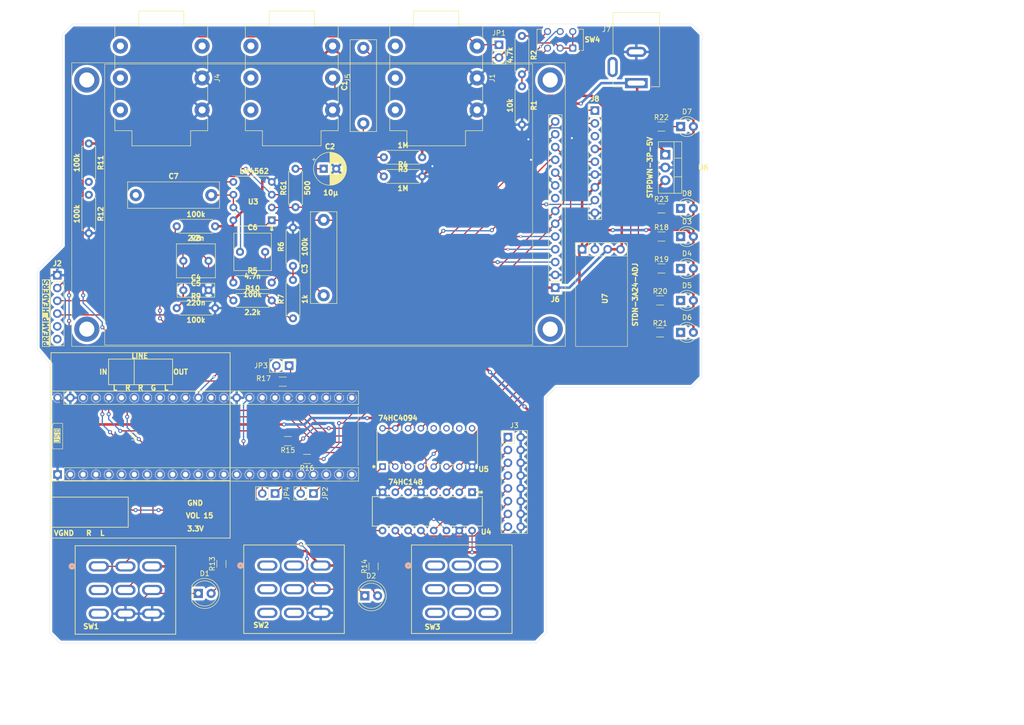
<source format=kicad_pcb>
(kicad_pcb (version 20240108) (generator "pcbnew") (generator_version "8.0")
  (layers (0 "F.Cu" signal) (31 "B.Cu" signal) (34 "B.Paste" user) (35 "F.Paste" user) (36 "B.SilkS" user "B.Silkscreen") (37 "F.SilkS" user "F.Silkscreen") (38 "B.Mask" user) (39 "F.Mask" user) (44 "Edge.Cuts" user))
  (property "R_BIAS" "100k")
  (property "R_BIAS_IN" "1M")
  (net 0 "")
  (net 1 "Net-(C1-Pad2)")
  (net 2 "/preamp/STAGE1_IN")
  (net 3 "Net-(C2-Pad1)")
  (net 4 "/preamp/STAGE1_OUT")
  (net 5 "Net-(C4-Pad1)")
  (net 6 "Net-(C6-Pad2)")
  (net 7 "Net-(U3B-+)")
  (net 8 "/preamp/PREAMP_OUT")
  (net 9 "GND")
  (net 10 "/27_TFT_SCLK")
  (net 11 "/34_TFT_RST")
  (net 12 "/TFT_BACKLIGHT")
  (net 13 "/33_TFT_CS")
  (net 14 "/37_TFT_T_IRQ")
  (net 15 "/36_TOUCH_CS")
  (net 16 "5V")
  (net 17 "/39_TFT_MISO")
  (net 18 "/35_TFT_DC{slash}RS")
  (net 19 "/26_TFT_MOSI")
  (net 20 "9V")
  (net 21 "Net-(R1-Pad1)")
  (net 22 "Net-(R2-Pad1)")
  (net 23 "3.3V")
  (net 27 "/24_BTN_MTX_GS")
  (net 28 "/SCK")
  (net 31 "/LED_DATA")
  (net 32 "/LED_STR")
  (net 33 "/1_SW1")
  (net 42 "Net-(J3-Pin_15)")
  (net 43 "Net-(J3-Pin_13)")
  (net 44 "Net-(J3-Pin_5)")
  (net 45 "Net-(J3-Pin_7)")
  (net 46 "Net-(J3-Pin_9)")
  (net 47 "Net-(J3-Pin_11)")
  (net 48 "Net-(J3-Pin_3)")
  (net 49 "Net-(J3-Pin_1)")
  (net 51 "Net-(U2-38_CS1_IN1)")
  (net 53 "/2_SW2")
  (net 54 "Net-(U2-41_A17)")
  (net 57 "Net-(U2-40_A16)")
  (net 58 "/A3_EXP")
  (net 60 "/A1_VOLUME")
  (net 61 "/A2_POT")
  (net 62 "Net-(J8A-Pin_1)")
  (net 63 "Net-(U3B--)")
  (net 64 "/preamp/STAGE2_IN")
  (net 74 "/SIGNAL_IN")
  (net 75 "Net-(J4-PadT)")
  (net 76 "/PREAMP_IN")
  (net 77 "/LINE_OUT")
  (net 82 "Net-(D3-K)")
  (net 83 "Net-(D4-K)")
  (net 95 "Net-(D5-K)")
  (net 96 "Net-(U1-3_LRCLK2)")
  (net 97 "Net-(U1-1_TX1_CTX2_MISO1)")
  (net 98 "Net-(U1-5_IN2)")
  (net 99 "Net-(U1-7_RX2_OUT1A)")
  (net 100 "Net-(U1-11_MOSI_CTX1)")
  (net 101 "Net-(U1-9_OUT1C)")
  (net 102 "Net-(U1-6_OUT1D)")
  (net 103 "Net-(U1-8_TX2_IN1)")
  (net 104 "Net-(U1-10_CS_MQSR)")
  (net 105 "Net-(U1-4_BCLK2)")
  (net 106 "Net-(U1-12_MISO_MQSL)")
  (net 107 "Net-(D6-K)")
  (net 108 "Net-(D7-K)")
  (net 109 "Net-(D8-K)")
  (net 110 "Net-(J6-SCK)")
  (net 111 "Net-(J6-SDI(MOSI))")
  (net 112 "Net-(J6-SDO(MISO))")
  (net 113 "Net-(D1-A)")
  (net 114 "Net-(D2-A)")
  (net 115 "Net-(U5-QP0)")
  (net 116 "Net-(U5-QP1)")
  (net 117 "Net-(U5-QP2)")
  (net 118 "Net-(U5-QP3)")
  (net 119 "Net-(U5-QP4)")
  (net 120 "Net-(U5-QP5)")
  (footprint "LED_THT:LED_D3.0mm" (layer "F.Cu") (at 174.747 68.58)
    (property "Reference" "D4")
    (property "Value" "LED")
  )
  (footprint "Resistor_SMD:R_1206_3216Metric_Pad1.30x1.75mm_HandSolder" (layer "F.Cu") (at 113.792 127.762 90)
    (property "Reference" "R14")
    (property "Value" "150")
  )
  (footprint "LED_THT:LED_D3.0mm" (layer "F.Cu") (at 174.747 81.28)
    (property "Reference" "D6")
    (property "Value" "LED")
  )
  (footprint "Resistor_SMD:R_1206_3216Metric_Pad1.30x1.75mm_HandSolder" (layer "F.Cu") (at 170.688 74.93)
    (property "Reference" "R20")
    (property "Value" "150")
  )
  (footprint "Connector_PinHeader_2.54mm:PinHeader_1x02_P2.54mm_Vertical" (layer "F.Cu") (at 138.684 24.13)
    (property "Reference" "JP1")
    (property "Value" "JP_SIGNAL_PREAMP")
  )
  (footprint "Capacitor_THT:C_Rect_L7.2mm_W2.5mm_P5.00mm_FKS2_FKP2_MKS2_MKP2" (layer "F.Cu") (at 76.026 72.898)
    (property "Reference" "C4")
    (property "Value" "220n")
  )
  (footprint "Resistor_THT:R_Axial_DIN0207_L6.3mm_D2.5mm_P7.62mm_Horizontal" (layer "F.Cu") (at 85.96 71.374)
    (property "Reference" "R5")
    (property "Value" "100k")
  )
  (footprint "Capacitor_THT:C_Rect_L7.2mm_W7.2mm_P5.00mm_FKS2_FKP2_MKS2_MKP2" (layer "F.Cu") (at 87.27 65.278)
    (property "Reference" "C6")
    (property "Value" "4.7n")
  )
  (footprint "Resistor_SMD:R_1206_3216Metric_Pad1.30x1.75mm_HandSolder" (layer "F.Cu") (at 170.947 68.58)
    (property "Reference" "R19")
    (property "Value" "150")
  )
  (footprint "TI_FOOTPRINTS:01-690DB_3PDT_JCV_OVAL" (layer "F.Cu") (at 59.23 127.759999)
    (property "Reference" "SW1")
    (property "Value" "SW_BYPASS")
  )
  (footprint "Button_Switch_THT:SW_CK_JS202011AQN_DPDT_Angled" (layer "F.Cu") (at 153.336 24.8 180)
    (property "Reference" "SW4")
    (property "Value" "LINE_LEVEL")
  )
  (footprint "Resistor_THT:R_Axial_DIN0207_L6.3mm_D2.5mm_P7.62mm_Horizontal" (layer "F.Cu") (at 123.444 46.482 180)
    (property "Reference" "R3")
    (property "Value" "1M")
  )
  (footprint "Connector_PinHeader_2.54mm:PinHeader_2x08_P2.54mm_Vertical" (layer "F.Cu") (at 140.462 102.108)
    (property "Reference" "J3")
    (property "Value" "BTN_MTX")
  )
  (footprint "Connector_PinHeader_2.54mm:PinHeader_1x02_P2.54mm_Vertical" (layer "F.Cu") (at 101.854 113.284 -90)
    (property "Reference" "JP2")
    (property "Value" "JP_SCLK")
  )
  (footprint "Resistor_THT:R_Axial_DIN0207_L6.3mm_D2.5mm_P7.62mm_Horizontal" (layer "F.Cu") (at 97.79 68.072 90)
    (property "Reference" "R6")
    (property "Value" "100k")
  )
  (footprint "LED_THT:LED_D3.0mm" (layer "F.Cu") (at 174.747 62.23)
    (property "Reference" "D3")
    (property "Value" "LED")
  )
  (footprint "Resistor_THT:R_Axial_DIN0207_L6.3mm_D2.5mm_P7.62mm_Horizontal" (layer "F.Cu") (at 143.25 22.38 -90)
    (property "Reference" "R2")
    (property "Value" "4.7k")
  )
  (footprint "Capacitor_THT:C_Rect_L18.0mm_W5.0mm_P15.00mm_FKS3_FKP3" (layer "F.Cu") (at 103.886 73.914 90)
    (property "Reference" "C3")
    (property "Value" "470n")
  )
  (footprint "Resistor_SMD:R_1206_3216Metric_Pad1.30x1.75mm_HandSolder" (layer "F.Cu") (at 170.947 62.23)
    (property "Reference" "R18")
    (property "Value" "150")
  )
  (footprint "LED_THT:LED_D3.0mm" (layer "F.Cu") (at 174.747 56.642)
    (property "Reference" "D8")
    (property "Value" "LED")
  )
  (footprint "LED_THT:LED_D5.0mm" (layer "F.Cu") (at 79 133.141)
    (property "Reference" "D1")
    (property "Value" "LED_BYPASS")
  )
  (footprint "Resistor_THT:R_Axial_DIN0207_L6.3mm_D2.5mm_P7.62mm_Horizontal" (layer "F.Cu") (at 115.824 50.292)
    (property "Reference" "R4")
    (property "Value" "1M")
  )
  (footprint "Resistor_THT:R_Axial_DIN0207_L6.3mm_D2.5mm_P7.62mm_Horizontal" (layer "F.Cu") (at 85.96 74.93)
    (property "Reference" "R10")
    (property "Value" "2.2k")
  )
  (footprint "TI_FOOTPRINTS:01-690DB_3PDT_JCV_OVAL" (layer "F.Cu") (at 126 127.599999)
    (property "Reference" "SW3")
    (property "Value" "SW_PRESET")
  )
  (footprint "Connector_PinHeader_2.54mm:PinHeader_1x06_P2.54mm_Vertical" (layer "F.Cu") (at 51 69.92)
    (property "Reference" "J2")
    (property "Value" "PREAMP_HEADERS")
  )
  (footprint "Capacitor_THT:CP_Radial_D6.3mm_P2.50mm" (layer "F.Cu") (at 103.886 48.768)
    (property "Reference" "C2")
    (property "Value" "10µ")
  )
  (footprint "LM4562:lm4562" (layer "F.Cu") (at 93.58 59 180)
    (property "Reference" "U3")
    (property "Value" "LM4562")
  )
  (footprint "Resistor_THT:R_Axial_DIN0207_L6.3mm_D2.5mm_P7.62mm_Horizontal" (layer "F.Cu") (at 57.25 43.75 -90)
    (property "Reference" "R11")
    (property "Value" "100k")
  )
  (footprint "mcguitarpedal:Jack_6.35mm_Neutrik_NMJ6HCD2_Horizontal_3D_MODEL" (layer "F.Cu") (at 79.756 24.384 -90)
    (property "Reference" "J4")
    (property "Value" "OUT")
  )
  (footprint "ILI9488:ILI9488" (layer "F.Cu") (at 151.86 84.05 180)
    (property "Reference" "J6")
    (property "Value" "ILI9488 Module")
  )
  (footprint "Capacitor_THT:C_Rect_L18.0mm_W5.0mm_P15.00mm_FKS3_FKP3" (layer "F.Cu") (at 66.58 54)
    (property "Reference" "C7")
    (property "Value" "470n")
  )
  (footprint "Resistor_THT:R_Axial_DIN0207_L6.3mm_D2.5mm_P7.62mm_Horizontal" (layer "F.Cu") (at 143.256 32.38 -90)
    (property "Reference" "R1")
    (property "Value" "10k")
  )
  (footprint "Resistor_SMD:R_1206_3216Metric_Pad1.30x1.75mm_HandSolder" (layer "F.Cu") (at 100.584 106.426 180)
    (property "Reference" "R16")
    (property "Value" "50")
  )
  (footprint "Connector_PinSocket_2.54mm:PinSocket_1x04_P2.54mm_Vertical" (layer "F.Cu") (at 155.194 64.77 90)
    (property "Reference" "U7")
    (property "Value" "STDN-3A24-ADJ")
  )
  (footprint "Resistor_SMD:R_1206_3216Metric_Pad1.30x1.75mm_HandSolder" (layer "F.Cu") (at 95.758 91.059 180)
    (property "Reference" "R17")
    (property "Value" "50")
  )
  (footprint "teensy_audio_shield:4.0audioshield_reference" (layer "F.Cu") (at 50.99 109.465)
    (property "Reference" "U1" (hide yes))
    (property "Value" "Teensy4.0_AudioShield_REVD")
  )
  (footprint "Capacitor_THT:C_Rect_L7.5mm_W6.5mm_P5.00mm" (layer "F.Cu") (at 81.026 67.056 180)
    (property "Reference" "C5")
    (property "Value" "2.2n")
  )
  (footprint "LED_THT:LED_D3.0mm" (layer "F.Cu") (at 174.747 74.93)
    (property "Reference" "D5")
    (property "Value" "LED")
  )
  (footprint "Resistor_SMD:R_1206_3216Metric_Pad1.30x1.75mm_HandSolder" (layer "F.Cu") (at 170.937 56.642)
    (property "Reference" "R23")
    (property "Value" "150")
  )
  (footprint "Capacitor_THT:C_Rect_L18.0mm_W5.0mm_P15.00mm_FKS3_FKP3" (layer "F.Cu") (at 111.76 39.75 90)
    (property "Reference" "C1")
    (property "Value" "470n")
  )
  (footprint "Resistor_SMD:R_1206_3216Metric_Pad1.30x1.75mm_HandSolder" (layer "F.Cu") (at 96.774 102.87 180)
    (property "Reference" "R15")
    (property "Value" "50")
  )
  (footprint "TI_FOOTPRINTS:01-690DB_3PDT_JCV_OVAL" (layer "F.Cu") (at 92.7 127.599999)
    (property "Reference" "SW2")
    (property "Value" "SW_TUNER")
  )
  (footprint "Resistor_SMD:R_1206_3216Metric_Pad1.30x1.75mm_HandSolder" (layer "F.Cu") (at 170.937 40.386)
    (property "Reference" "R22")
    (property "Value" "150")
  )
  (footprint "Connector_BarrelJack:BarrelJack_Kycon_KLDX-0202-xC_Horizontal" (layer "F.Cu") (at 165.954 31.75 -90)
    (property "Reference" "J7")
    (property "Value" "PWR_IN")
  )
  (footprint "LED_THT:LED_D3.0mm" (layer "F.Cu") (at 174.747 40.386)
    (property "Reference" "D7")
    (property "Value" "LED")
  )
  (footprint "Resistor_SMD:R_1206_3216Metric_Pad1.30x1.75mm_HandSolder" (layer "F.Cu") (at 170.688 81.28)
    (property "Reference" "R21")
    (property "Value" "150")
  )
  (footprint "Resistor_THT:R_Axial_DIN0207_L6.3mm_D2.5mm_P7.62mm_Horizontal" (layer "F.Cu") (at 98.298 56.388 90)
    (property "Reference" "RG1")
    (property "Value" "500")
  )
  (footprint "Connector_PinHeader_2.54mm:PinHeader_1x02_P2.54mm_Vertical" (layer "F.Cu") (at 97.028 87.884 -90)
    (property "Reference" "JP3")
    (property "Value" "JP_MISO")
  )
  (footprint "LED_THT:LED_D5.0mm" (layer "F.Cu") (at 112.057 133.604)
    (property "Reference" "D2")
    (property "Value" "LED_TUNER")
  )
  (footprint "TI_FOOTPRINTS:N16" (layer "F.Cu") (at 115.57 107.95 90)
    (property "Reference" "U5")
    (property "Value" "74HC4094")
  )
  (footprint "Resistor_THT:R_Axial_DIN0207_L6.3mm_D2.5mm_P7.62mm_Horizontal" (layer "F.Cu") (at 82.336 60.198 180)
    (property "Reference" "R8")
    (property "Value" "100k")
  )
  (footprint "Resistor_THT:R_Axial_DIN0207_L6.3mm_D2.5mm_P7.62mm_Horizontal" (layer "F.Cu") (at 97.79 78.486 90)
    (property "Reference" "R7")
    (property "Value" "1k")
  )
  (footprint "mcguitarpedal:Jack_6.35mm_Neutrik_NMJ6HCD2_Horizontal_3D_MODEL" (layer "F.Cu") (at 105.664 24.384 -90)
    (property "Reference" "J5")
    (property "Value" "EXP")
  )
  (footprint "Package_TO_SOT_THT:TO-220-3_Vertical" (layer "F.Cu") (at 171.704 45.974 -90)
    (property "Reference" "U6")
    (property "Value" "STPDWN-3P-5V")
  )
  (footprint "Resistor_THT:R_Axial_DIN0207_L6.3mm_D2.5mm_P7.62mm_Horizontal" (layer "F.Cu") (at 57.25 53.94 -90)
    (property "Reference" "R12")
    (property "Value" "100k")
  )
  (footprint "Resistor_THT:R_Axial_DIN0207_L6.3mm_D2.5mm_P7.62mm_Horizontal" (layer "F.Cu") (at 74.716 76.454)
    (property "Reference" "R9")
    (property "Value" "100k")
  )
  (footprint "mcguitarpedal:PinHeader_2x24_P2.54mm_W15.24_Vertical" (layer "F.Cu") (at 51.05 109.5 90)
    (property "Reference" "U2")
    (property "Value" "Teensy4.1")
  )
  (footprint "Connector_PinHeader_2.54mm:PinHeader_1x09_P2.54mm_Vertical" (layer "F.Cu") (at 157.734 37.211)
    (property "Reference" "J8")
    (property "Value" "POT_HP_VOLUME_10k")
  )
  (footprint "Resistor_SMD:R_1206_3216Metric_Pad1.30x1.75mm_HandSolder" (layer "F.Cu") (at 83.577 127.254 90)
    (property "Reference" "R13")
    (property "Value" "150")
  )
  (footprint "TI_FOOTPRINTS:DIP16_300_TEX" (layer "F.Cu") (at 133.35 113.03 -90)
    (property "Reference" "U4")
    (property "Value" "74HC148")
  )
  (footprint "mcguitarpedal:Jack_6.35mm_Neutrik_NMJ6HCD2_Horizontal_3D_MODEL" (layer "F.Cu") (at 134.34 24.384 -90)
    (property "Reference" "J1")
    (property "Value" "IN")
  )
  (footprint "Connector_PinHeader_2.54mm:PinHeader_1x02_P2.54mm_Vertical" (layer "F.Cu") (at 94.239 113.284 -90)
    (property "Reference" "JP4")
    (property "Value" "JP_MOSI")
  )
  (gr_line (start 148.082 94.202) (end 150.082 92.202) (stroke (width 0.05)) (layer "Edge.Cuts"))
  (gr_line (start 179 24.638) (end 179 22) (stroke (width 0.05)) (layer "Edge.Cuts"))
  (gr_line (start 47 69) (end 47 84.5) (stroke (width 0.05)) (layer "Edge.Cuts"))
  (gr_line (start 148.082 141.002) (end 148.082 94.202) (stroke (width 0.05)) (layer "Edge.Cuts"))
  (gr_line (start 177 92.202) (end 179 90.202) (stroke (width 0.05)) (layer "Edge.Cuts"))
  (gr_line (start 49.5 87.5) (end 49.5 141) (stroke (width 0.05)) (layer "Edge.Cuts"))
  (gr_line (start 52 64) (end 52 22) (stroke (width 0.05)) (layer "Edge.Cuts"))
  (gr_line (start 49.5 141) (end 51.5 143) (stroke (width 0.05)) (layer "Edge.Cuts"))
  (gr_line (start 177 20) (end 179 22) (stroke (width 0.05)) (layer "Edge.Cuts"))
  (gr_line (start 54.102 143) (end 146.082 143.001959) (stroke (width 0.05)) (layer "Edge.Cuts"))
  (gr_line (start 49.5 87.5) (end 47 84.5) (stroke (width 0.05)) (layer "Edge.Cuts"))
  (gr_line (start 54.102 143) (end 51.5 143) (stroke (width 0.05)) (layer "Edge.Cuts"))
  (gr_line (start 52 64) (end 47 69) (stroke (width 0.05)) (layer "Edge.Cuts"))
  (gr_line (start 54 20) (end 177 20) (stroke (width 0.05)) (layer "Edge.Cuts"))
  (gr_line (start 179 24.638) (end 179 90.202) (stroke (width 0.05)) (layer "Edge.Cuts"))
  (gr_line (start 52 22) (end 54 20) (stroke (width 0.05)) (layer "Edge.Cuts"))
  (gr_line (start 146.082 143.001959) (end 148.082 141.002) (stroke (width 0.05)) (layer "Edge.Cuts"))
  (gr_line (start 150.082 92.202) (end 177 92.202) (stroke (width 0.05)) (layer "Edge.Cuts"))
  (segment (start 146.939 24.511) (end 143.002 28.448) (width 0.25) (layer "F.Cu") (net 1))
  (segment (start 115.458 28.448) (end 111.76 24.75) (width 0.25) (layer "F.Cu") (net 1))
  (segment (start 143.002 28.448) (end 115.458 28.448) (width 0.25) (layer "F.Cu") (net 1))
  (via (at 146.939 24.511) (size 0.5) (drill 0.3) (layers "F.Cu" "B.Cu") (net 1))
  (segment (start 149.95 21.5) (end 150.836 21.5) (width 0.25) (layer "B.Cu") (net 1))
  (segment (start 146.939 24.511) (end 149.95 21.5) (width 0.25) (layer "B.Cu") (net 1))
  (segment (start 68.58 57.404) (end 68.58 64.77) (width 0.25) (layer "F.Cu") (net 2))
  (segment (start 108.64 53.92) (end 93.58 53.92) (width 0.25) (layer "F.Cu") (net 2))
  (segment (start 88.428 48.768) (end 77.216 48.768) (width 0.25) (layer "F.Cu") (net 2))
  (segment (start 58.366 74.984) (end 51 74.984) (width 0.25) (layer "F.Cu") (net 2))
  (segment (start 114.046 48.514) (end 108.64 53.92) (width 0.25) (layer "F.Cu") (net 2))
  (segment (start 114.046 48.514) (end 115.824 50.292) (width 0.25) (layer "F.Cu") (net 2))
  (segment (start 68.58 64.77) (end 58.366 74.984) (width 0.25) (layer "F.Cu") (net 2))
  (segment (start 111.76 39.75) (end 111.76 44.196) (width 0.25) (layer "F.Cu") (net 2))
  (segment (start 77.216 48.768) (end 68.58 57.404) (width 0.25) (layer "F.Cu") (net 2))
  (segment (start 115.824 46.482) (end 114.046 46.482) (width 0.25) (layer "F.Cu") (net 2))
  (segment (start 111.76 44.196) (end 114.046 46.482) (width 0.25) (layer "F.Cu") (net 2))
  (segment (start 114.046 46.482) (end 114.046 48.514) (width 0.25) (layer "F.Cu") (net 2))
  (via (at 88.428 48.768) (size 0.8) (drill 0.4) (layers "F.Cu" "B.Cu") (net 2))
  (segment (start 88.428 48.768) (end 93.58 53.92) (width 0.25) (layer "B.Cu") (net 2))
  (segment (start 98.298 48.768) (end 103.886 48.768) (width 0.25) (layer "F.Cu") (net 3))
  (segment (start 144.78 41.402) (end 141.986 41.402) (width 0.25) (layer "F.Cu") (net 4))
  (segment (start 89.916 73.152) (end 85.263 77.805) (width 0.25) (layer "F.Cu") (net 4))
  (segment (start 93.58 59) (end 103.8 59) (width 0.25) (layer "F.Cu") (net 4))
  (segment (start 124.388 59) (end 103.972 59) (width 0.25) (layer "F.Cu") (net 4))
  (segment (start 153.543 39.751) (end 151.638 37.846) (width 0.25) (layer "F.Cu") (net 4))
  (segment (start 141.986 41.402) (end 124.388 59) (width 0.25) (layer "F.Cu") (net 4))
  (segment (start 148.336 37.846) (end 144.78 41.402) (width 0.25) (layer "F.Cu") (net 4))
  (segment (start 93.4 59) (end 89.916 62.484) (width 0.25) (layer "F.Cu") (net 4))
  (segment (start 151.638 37.846) (end 148.336 37.846) (width 0.25) (layer "F.Cu") (net 4))
  (segment (start 157.734 39.751) (end 153.543 39.751) (width 0.25) (layer "F.Cu") (net 4))
  (segment (start 89.916 62.484) (end 89.916 73.152) (width 0.25) (layer "F.Cu") (net 4))
  (segment (start 85.263 77.805) (end 51.265 77.805) (width 0.25) (layer "F.Cu") (net 4))
  (segment (start 74.676 76.454) (end 76.026 75.104) (width 0.25) (layer "F.Cu") (net 5))
  (segment (start 75.946 64.008) (end 74.422 62.484) (width 0.25) (layer "F.Cu") (net 5))
  (segment (start 76.026 75.104) (end 76.026 67.056) (width 0.25) (layer "F.Cu") (net 5))
  (segment (start 75.946 75.184) (end 75.946 72.898) (width 0.25) (layer "F.Cu") (net 5))
  (segment (start 74.676 76.454) (end 75.946 75.184) (width 0.25) (layer "F.Cu") (net 5))
  (segment (start 75.946 66.802) (end 75.946 64.008) (width 0.25) (layer "F.Cu") (net 5))
  (segment (start 74.422 62.484) (end 74.422 60.198) (width 0.25) (layer "F.Cu") (net 5))
  (segment (start 92.27 73.62) (end 92.27 65.278) (width 0.25) (layer "F.Cu") (net 6))
  (segment (start 93.58 74.93) (end 92.27 73.62) (width 0.25) (layer "F.Cu") (net 6))
  (segment (start 93.58 74.93) (end 97.136 78.486) (width 0.25) (layer "F.Cu") (net 6))
  (segment (start 85.96 51.38) (end 80.954 51.38) (width 0.25) (layer "F.Cu") (net 7))
  (segment (start 81.026 70.104) (end 81.026 67.056) (width 0.25) (layer "F.Cu") (net 7))
  (segment (start 85.852 74.93) (end 81.026 70.104) (width 0.25) (layer "F.Cu") (net 7))
  (segment (start 79.248 53.086) (end 79.248 65.278) (width 0.25) (layer "F.Cu") (net 7))
  (segment (start 79.248 65.278) (end 81.026 67.056) (width 0.25) (layer "F.Cu") (net 7))
  (segment (start 80.954 51.38) (end 79.248 53.086) (width 0.25) (layer "F.Cu") (net 7))
  (segment (start 123.444 50.292) (end 125.476 48.26) (width 0.5) (layer "F.Cu") (net 9))
  (via (at 125.476 48.26) (size 0.8) (drill 0.4) (layers "F.Cu" "B.Cu") (net 9))
  (segment (start 98.044 107.442) (end 96.77 108.716) (width 0.2) (layer "F.Cu") (net 10))
  (segment (start 99.314 113.284) (end 99.314 112.044) (width 0.25) (layer "F.Cu") (net 10))
  (segment (start 96.77 108.97) (end 96.774 108.966) (width 0.15) (layer "F.Cu") (net 10))
  (segment (start 98.044 107.416) (end 98.044 107.442) (width 0.2) (layer "F.Cu") (net 10))
  (segment (start 96.77 109.5) (end 96.77 108.97) (width 0.15) (layer "F.Cu") (net 10))
  (segment (start 99.034 106.426) (end 98.044 107.416) (width 0.2) (layer "F.Cu") (net 10))
  (segment (start 99.314 112.044) (end 96.77 109.5) (width 0.25) (layer "F.Cu") (net 10))
  (segment (start 96.77 108.716) (end 96.77 109.5) (width 0.2) (layer "F.Cu") (net 10))
  (segment (start 136.42 64.77) (end 106.93 94.26) (width 0.25) (layer "F.Cu") (net 11))
  (segment (start 140.462 64.77) (end 136.42 64.77) (width 0.25) (layer "F.Cu") (net 11))
  (via (at 140.462 64.77) (size 0.5) (drill 0.3) (layers "F.Cu" "B.Cu") (net 11))
  (segment (start 140.462 64.77) (end 149.86 64.77) (width 0.25) (layer "B.Cu") (net 11))
  (segment (start 138.43 67.31) (end 136.398 67.31) (width 0.25) (layer "F.Cu") (net 13))
  (segment (start 136.398 67.31) (end 109.47 94.238) (width 0.25) (layer "F.Cu") (net 13))
  (via (at 138.43 67.31) (size 0.8) (drill 0.4) (layers "F.Cu" "B.Cu") (net 13))
  (segment (start 149.86 67.31) (end 138.43 67.31) (width 0.25) (layer "B.Cu") (net 13))
  (segment (start 147.574 41.656) (end 149.86 39.37) (width 0.25) (layer "F.Cu") (net 14))
  (segment (start 147.574 45.974) (end 147.574 41.656) (width 0.25) (layer "F.Cu") (net 14))
  (segment (start 99.31 94.238) (end 147.574 45.974) (width 0.25) (layer "F.Cu") (net 14))
  (segment (start 149.12 46.99) (end 149.86 46.99) (width 0.25) (layer "F.Cu") (net 15))
  (segment (start 101.85 94.26) (end 101.85 93.984) (width 0.25) (layer "F.Cu") (net 15))
  (segment (start 101.85 93.984) (end 148.844 46.99) (width 0.25) (layer "F.Cu") (net 15))
  (segment (start 148.844 46.99) (end 149.86 46.99) (width 0.25) (layer "F.Cu") (net 15))
  (segment (start 160.274 64.77) (end 162.814 64.77) (width 0.5) (layer "F.Cu") (net 16))
  (segment (start 56.358 99.568) (end 51.05 94.26) (width 0.5) (layer "F.Cu") (net 16))
  (segment (start 115.57 98.298) (end 141.478 72.39) (width 0.5) (layer "F.Cu") (net 16))
  (segment (start 96.012 99.568) (end 56.358 99.568) (width 0.5) (layer "F.Cu") (net 16))
  (segment (start 163.068 64.516) (end 163.068 59.69) (width 0.5) (layer "F.Cu") (net 16))
  (segment (start 162.814 64.77) (end 163.068 64.516) (width 0.5) (layer "F.Cu") (net 16))
  (segment (start 141.478 72.39) (end 149.86 72.39) (width 0.5) (layer "F.Cu") (net 16))
  (segment (start 163.068 59.69) (end 171.704 51.054) (width 0.5) (layer "F.Cu") (net 16))
  (segment (start 112.522 98.298) (end 115.57 98.298) (width 0.5) (layer "F.Cu") (net 16))
  (via (at 96.012 99.568) (size 0.8) (drill 0.4) (layers "F.Cu" "B.Cu") (net 16))
  (via (at 112.522 98.298) (size 0.8) (drill 0.4) (layers "F.Cu" "B.Cu") (net 16))
  (segment (start 152.654 72.39) (end 160.274 64.77) (width 0.5) (layer "B.Cu") (net 16))
  (segment (start 101.346 98.298) (end 112.522 98.298) (width 0.5) (layer "B.Cu") (net 16))
  (segment (start 100.076 99.568) (end 101.346 98.298) (width 0.5) (layer "B.Cu") (net 16))
  (segment (start 96.012 99.568) (end 100.076 99.568) (width 0.5) (layer "B.Cu") (net 16))
  (segment (start 149.86 72.39) (end 152.654 72.39) (width 0.5) (layer "B.Cu") (net 16))
  (segment (start 94.208 88.164) (end 94.488 87.884) (width 0.25) (layer "F.Cu") (net 17))
  (segment (start 94.23 91.081) (end 94.208 91.059) (width 0.25) (layer "F.Cu") (net 17))
  (segment (start 94.208 91.059) (end 94.208 88.164) (width 0.25) (layer "F.Cu") (net 17))
  (segment (start 94.23 94.26) (end 94.23 91.081) (width 0.25) (layer "F.Cu") (net 17))
  (segment (start 143.002 62.23) (end 136.42 62.23) (width 0.25) (layer "F.Cu") (net 18))
  (segment (start 136.42 62.23) (end 104.39 94.26) (width 0.25) (layer "F.Cu") (net 18))
  (via (at 143.002 62.23) (size 0.5) (drill 0.3) (layers "F.Cu" "B.Cu") (net 18))
  (segment (start 143.002 62.23) (end 149.86 62.23) (width 0.25) (layer "B.Cu") (net 18))
  (segment (start 91.699 113.284) (end 91.699 112.031) (width 0.25) (layer "F.Cu") (net 19))
  (segment (start 94.23 109.5) (end 94.23 103.864) (width 0.25) (layer "F.Cu") (net 19))
  (segment (start 91.699 112.031) (end 94.23 109.5) (width 0.25) (layer "F.Cu") (net 19))
  (segment (start 91.689 113.284) (end 91.689 113.035) (width 0.15) (layer "F.Cu") (net 19))
  (segment (start 94.229 109.501) (end 94.23 109.5) (width 0.15) (layer "F.Cu") (net 19))
  (segment (start 94.23 104.424) (end 94.26 104.394) (width 0.15) (layer "F.Cu") (net 19))
  (segment (start 94.23 103.864) (end 95.224 102.87) (width 0.25) (layer "F.Cu") (net 19))
  (segment (start 91.694 50.038) (end 100.838 40.894) (width 0.5) (layer "F.Cu") (net 20))
  (segment (start 165.954 31.912) (end 165.954 31.85) (width 0.5) (layer "F.Cu") (net 20))
  (segment (start 85.852 60.198) (end 85.852 59.108) (width 0.5) (layer "F.Cu") (net 20))
  (segment (start 91.694 53.266) (end 91.694 50.038) (width 0.5) (layer "F.Cu") (net 20))
  (segment (start 82.336 60.198) (end 85.852 60.198) (width 0.5) (layer "F.Cu") (net 20))
  (segment (start 171.704 45.466) (end 166.116 39.878) (width 0.5) (layer "F.Cu") (net 20))
  (segment (start 171.704 45.974) (end 171.704 45.466) (width 0.5) (layer "F.Cu") (net 20))
  (segment (start 134.957717 43.18) (end 123.444 43.18) (width 0.5) (layer "F.Cu") (net 20))
  (segment (start 106.264458 40.894) (end 109.820458 37.338) (width 0.5) (layer "F.Cu") (net 20))
  (segment (start 85.96 59) (end 91.694 53.266) (width 0.5) (layer "F.Cu") (net 20))
  (segment (start 142.323717 35.814) (end 134.957717 43.18) (width 0.5) (layer "F.Cu") (net 20))
  (segment (start 119.38 43.18) (end 123.444 43.18) (width 0.5) (layer "F.Cu") (net 20))
  (segment (start 85.852 71.374) (end 85.852 60.198) (width 0.5) (layer "F.Cu") (net 20))
  (segment (start 154.94 35.814) (end 142.323717 35.814) (width 0.5) (layer "F.Cu") (net 20))
  (segment (start 113.538 37.338) (end 119.38 43.18) (width 0.5) (layer "F.Cu") (net 20))
  (segment (start 100.838 40.894) (end 106.264458 40.894) (width 0.5) (layer "F.Cu") (net 20))
  (segment (start 166.116 39.878) (end 166.116 32.258) (width 0.5) (layer "F.Cu") (net 20))
  (segment (start 123.444 43.18) (end 123.444 46.482) (width 0.5) (layer "F.Cu") (net 20))
  (segment (start 109.820458 37.338) (end 113.538 37.338) (width 0.5) (layer "F.Cu") (net 20))
  (via (at 154.94 35.814) (size 0.8) (drill 0.4) (layers "F.Cu" "B.Cu") (net 20))
  (segment (start 159.004 31.75) (end 165.954 31.75) (width 0.5) (layer "B.Cu") (net 20))
  (segment (start 154.94 35.814) (end 159.004 31.75) (width 0.5) (layer "B.Cu") (net 20))
  (segment (start 143.25 30) (end 148.336 24.914) (width 0.25) (layer "F.Cu") (net 21))
  (segment (start 143.25 32.38) (end 143.25 30) (width 0.25) (layer "F.Cu") (net 21))
  (segment (start 147.456 22.38) (end 148.336 21.5) (width 0.25) (layer "F.Cu") (net 22))
  (segment (start 143.25 22.38) (end 147.456 22.38) (width 0.25) (layer "F.Cu") (net 22))
  (segment (start 83.566 124.714) (end 79.005 124.714) (width 0.5) (layer "F.Cu") (net 23))
  (segment (start 145.796 121.158) (end 145.796 99.06) (width 0.5) (layer "F.Cu") (net 23))
  (segment (start 145.796 98.044) (end 143.764 96.012) (width 0.5) (layer "F.Cu") (net 23))
  (segment (start 109.522 127.508) (end 109.522 125.936) (width 0.5) (layer "F.Cu") (net 23))
  (segment (start 113.792 125.222) (end 113.792 126.212) (width 0.5) (layer "F.Cu") (net 23))
  (segment (start 155.194 64.77) (end 155.194 54.991) (width 0.5) (layer "F.Cu") (net 23))
  (segment (start 75.957 127.762) (end 69.832 127.762) (width 0.5) (layer "F.Cu") (net 23))
  (segment (start 115.57 100.33) (end 118.11 100.33) (width 0.25) (layer "F.Cu") (net 23))
  (segment (start 155.194 64.77) (end 154.668 65.296) (width 0.5) (layer "F.Cu") (net 23))
  (segment (start 152.654 74.676) (end 148.336 74.676) (width 0.5) (layer "F.Cu") (net 23))
  (segment (start 177.287 62.23) (end 177.287 81.28) (width 0.5) (layer "F.Cu") (net 23))
  (segment (start 109.492 127.508) (end 109.400001 127.599999) (width 0.5) (layer "F.Cu") (net 23))
  (segment (start 167.974 60.88) (end 167.894 60.96) (width 0.5) (layer "F.Cu") (net 23))
  (segment (start 136.906 89.154) (end 135.89 88.138) (width 0.5) (layer "F.Cu") (net 23))
  (segment (start 130.302 88.138) (end 118.11 100.33) (width 0.5) (layer "F.Cu") (net 23))
  (segment (start 159.9184 50.2666) (end 159.9184 44.8056) (width 0.5) (layer "F.Cu") (net 23))
  (segment (start 113.538 124.968) (end 110.49 124.968) (width 0.5) (layer "F.Cu") (net 23))
  (segment (start 177.287 47.503) (end 177.292 47.498) (width 0.5) (layer "F.Cu") (net 23))
  (segment (start 159.9184 44.8056) (end 159.893 44.831) (width 0.5) (layer "F.Cu") (net 23))
  (segment (start 157.226 34.29) (end 115.316 34.29) (width 0.5) (layer "F.Cu") (net 23))
  (segment (start 113.538 124.968) (end 113.792 125.222) (width 0.5) (layer "F.Cu") (net 23))
  (segment (start 103.299999 127.599999) (end 100.414 124.714) (width 0.5) (layer "F.Cu") (net 23))
  (segment (start 177.287 62.23) (end 177.287 61.717) (width 0.5) (layer "F.Cu") (net 23))
  (segment (start 154.668 72.662) (end 152.654 74.676) (width 0.5) (layer "F.Cu") (net 23))
  (segment (start 135.89 88.138) (end 134.874 88.138) (width 0.5) (layer "F.Cu") (net 23))
  (segment (start 83.566 124.714) (end 83.577 124.725) (width 0.5) (layer "F.Cu") (net 23))
  (segment (start 177.287 62.23) (end 175.937 60.88) (width 0.5) (layer "F.Cu") (net 23))
  (segment (start 109.400001 127.599999) (end 103.299999 127.599999) (width 0.5) (layer "F.Cu") (net 23))
  (segment (start 177.292 44.45) (end 177.292 36.83) (width 0.5) (layer "F.Cu") (net 23))
  (segment (start 69.832 127.762) (end 69.829999 127.759999) (width 0.5) (layer "F.Cu") (net 23))
  (segment (start 133.35 124.968) (end 113.538 124.968) (width 0.5) (layer "F.Cu") (net 23))
  (segment (start 159.084 60.88) (end 155.194 64.77) (width 0.5) (layer "F.Cu") (net 23))
  (segment (start 134.874 88.138) (end 130.302 88.138) (width 0.5) (layer "F.Cu") (net 23))
  (segment (start 83.577 124.725) (end 83.577 125.704) (width 0.5) (layer "F.Cu") (net 23))
  (segment (start 177.292 47.498) (end 177.292 44.45) (width 0.5) (layer "F.Cu") (net 23))
  (segment (start 79.005 124.714) (end 75.957 127.762) (width 0.5) (layer "F.Cu") (net 23))
  (segment (start 161.29 60.96) (end 159.164 60.96) (width 0.5) (layer "F.Cu") (net 23))
  (segment (start 154.668 65.296) (end 154.668 72.662) (width 0.5) (layer "F.Cu") (net 23))
  (segment (start 109.522 125.936) (end 110.49 124.968) (width 0.5) (layer "F.Cu") (net 23))
  (segment (start 105.483 24.565) (end 86.298 43.75) (width 0.5) (layer "F.Cu") (net 23))
  (segment (start 177.287 62.23) (end 177.287 47.503) (width 0.5) (layer "F.Cu") (net 23))
  (segment (start 159.9184 36.9824) (end 157.226 34.29) (width 0.5) (layer "F.Cu") (net 23))
  (segment (start 133.35 124.968) (end 141.986 124.968) (width 0.5) (layer "F.Cu") (net 23))
  (segment (start 109.522 127.508) (end 109.492 127.508) (width 0.5) (layer "F.Cu") (net 23))
  (segment (start 157.734 52.451) (end 159.9184 50.2666) (width 0.5) (layer "F.Cu") (net 23))
  (segment (start 86.298 43.75) (end 57.25 43.75) (width 0.5) (layer "F.Cu") (net 23))
  (segment (start 145.796 99.06) (end 145.796 98.044) (width 0.5) (layer "F.Cu") (net 23))
  (segment (start 175.937 60.88) (end 167.974 60.88) (width 0.5) (layer "F.Cu") (net 23))
  (segment (start 155.194 54.991) (end 157.734 52.451) (width 0.5) (layer "F.Cu") (net 23))
  (segment (start 141.986 124.968) (end 145.796 121.158) (width 0.5) (layer "F.Cu") (net 23))
  (segment (start 159.164 60.96) (end 159.084 60.88) (width 0.5) (layer "F.Cu") (net 23))
  (segment (start 100.414 124.714) (end 83.566 124.714) (width 0.5) (layer "F.Cu") (net 23))
  (segment (start 115.316 34.29) (end 105.591 24.565) (width 0.5) (layer "F.Cu") (net 23))
  (segment (start 159.893 44.831) (end 157.734 44.831) (width 0.5) (layer "F.Cu") (net 23))
  (segment (start 159.9184 44.8056) (end 159.9184 36.9824) (width 0.5) (layer "F.Cu") (net 23))
  (segment (start 148.336 74.676) (end 134.874 88.138) (width 0.5) (layer "F.Cu") (net 23))
  (via (at 161.29 60.96) (size 0.8) (drill 0.4) (layers "F.Cu" "B.Cu") (net 23))
  (via (at 136.906 89.154) (size 0.8) (drill 0.4) (layers "F.Cu" "B.Cu") (net 23))
  (via (at 133.35 124.968) (size 0.8) (drill 0.4) (layers "F.Cu" "B.Cu") (net 23))
  (via (at 167.894 60.96) (size 0.8) (drill 0.4) (layers "F.Cu" "B.Cu") (net 23))
  (via (at 143.764 96.012) (size 0.8) (drill 0.4) (layers "F.Cu" "B.Cu") (net 23))
  (segment (start 143.764 96.012) (end 136.906 89.154) (width 0.5) (layer "B.Cu") (net 23))
  (segment (start 167.894 60.96) (end 162.306 60.96) (width 0.5) (layer "B.Cu") (net 23))
  (segment (start 133.35 120.65) (end 133.35 124.968) (width 0.25) (layer "B.Cu") (net 23))
  (segment (start 162.306 60.96) (end 161.29 60.96) (width 0.5) (layer "B.Cu") (net 23))
  (segment (start 92.202 118.364) (end 89.15 115.312) (width 0.25) (layer "F.Cu") (net 27))
  (segment (start 125.73 118.364) (end 92.202 118.364) (width 0.25) (layer "F.Cu") (net 27))
  (segment (start 89.15 115.312) (end 89.15 109.5) (width 0.25) (layer "F.Cu") (net 27))
  (via (at 125.73 118.364) (size 0.8) (drill 0.4) (layers "F.Cu" "B.Cu") (net 27))
  (segment (start 125.984 118.364) (end 128.27 120.65) (width 0.25) (layer "B.Cu") (net 27))
  (segment (start 125.73 118.364) (end 125.984 118.364) (width 0.25) (layer "B.Cu") (net 27))
  (segment (start 116.84 104.14) (end 104.394 104.14) (width 0.25) (layer "F.Cu") (net 28))
  (segment (start 97.028 96.774) (end 86.584 96.774) (width 0.25) (layer "F.Cu") (net 28))
  (segment (start 104.394 104.14) (end 97.028 96.774) (width 0.25) (layer "F.Cu") (net 28))
  (segment (start 86.584 96.774) (end 84.07 94.26) (width 0.25) (layer "F.Cu") (net 28))
  (segment (start 120.65 107.95) (end 116.84 104.14) (width 0.25) (layer "F.Cu") (net 28))
  (segment (start 103.9791 105.156) (end 96.8671 98.044) (width 0.25) (layer "F.Cu") (net 31))
  (segment (start 115.316 105.156) (end 103.9791 105.156) (width 0.25) (layer "F.Cu") (net 31))
  (segment (start 85.314 98.044) (end 81.53 94.26) (width 0.25) (layer "F.Cu") (net 31))
  (segment (start 118.11 107.95) (end 115.316 105.156) (width 0.25) (layer "F.Cu") (net 31))
  (segment (start 96.8671 98.044) (end 85.314 98.044) (width 0.25) (layer "F.Cu") (net 31))
  (segment (start 107.188 116.332) (end 91.694 116.332) (width 0.25) (layer "F.Cu") (net 32))
  (segment (start 115.57 107.95) (end 107.188 116.332) (width 0.25) (layer "F.Cu") (net 32))
  (segment (start 61.21 97.532) (end 61.21 94.26) (width 0.25) (layer "F.Cu") (net 32))
  (segment (start 90.424 115.062) (end 90.424 102.616) (width 0.25) (layer "F.Cu") (net 32))
  (segment (start 91.694 116.332) (end 90.424 115.062) (width 0.25) (layer "F.Cu") (net 32))
  (segment (start 90.424 102.616) (end 88.646 100.838) (width 0.25) (layer "F.Cu") (net 32))
  (segment (start 88.646 100.838) (end 63.5 100.838) (width 0.25) (layer "F.Cu") (net 32))
  (via (at 61.21 97.532) (size 0.8) (drill 0.4) (layers "F.Cu" "B.Cu") (net 32))
  (via (at 63.5 100.838) (size 0.8) (drill 0.4) (layers "F.Cu" "B.Cu") (net 32))
  (segment (start 61.21 98.548) (end 61.21 97.532) (width 0.25) (layer "B.Cu") (net 32))
  (segment (start 63.5 100.838) (end 61.21 98.548) (width 0.25) (layer "B.Cu") (net 32))
  (segment (start 79 133.141) (end 70.510999 133.141) (width 0.25) (layer "F.Cu") (net 33))
  (segment (start 53.59 130.552) (end 53.59 109.5) (width 0.25) (layer "F.Cu") (net 33))
  (segment (start 57.912 134.874) (end 53.59 130.552) (width 0.25) (layer "F.Cu") (net 33))
  (segment (start 69.829999 132.46) (end 67.415999 134.874) (width 0.25) (layer "F.Cu") (net 33))
  (segment (start 70.510999 133.141) (end 69.829999 132.46) (width 0.25) (layer "F.Cu") (net 33))
  (segment (start 67.415999 134.874) (end 57.912 134.874) (width 0.25) (layer "F.Cu") (net 33))
  (segment (start 140.462 119.888) (end 136.398 123.952) (width 0.25) (layer "F.Cu") (net 42))
  (segment (start 121.412 123.952) (end 118.11 120.65) (width 0.25) (layer "F.Cu") (net 42))
  (segment (start 136.398 123.952) (end 121.412 123.952) (width 0.25) (layer "F.Cu") (net 42))
  (segment (start 140.462 117.348) (end 134.874 122.936) (width 0.25) (layer "F.Cu") (net 43))
  (segment (start 134.874 122.936) (end 122.936 122.936) (width 0.25) (layer "F.Cu") (net 43))
  (segment (start 122.936 122.936) (end 120.65 120.65) (width 0.25) (layer "F.Cu") (net 43))
  (segment (start 132.334 111.506) (end 136.144 111.506) (width 0.25) (layer "F.Cu") (net 44))
  (segment (start 130.81 113.03) (end 132.334 111.506) (width 0.25) (layer "F.Cu") (net 44))
  (segment (start 136.144 111.506) (end 140.462 107.188) (width 0.25) (layer "F.Cu") (net 44))
  (segment (start 133.35 113.03) (end 137.16 113.03) (width 0.25) (layer "F.Cu") (net 45))
  (segment (start 137.16 113.03) (end 140.462 109.728) (width 0.25) (layer "F.Cu") (net 45))
  (segment (start 137.922 114.808) (end 131.572 114.808) (width 0.25) (layer "F.Cu") (net 46))
  (segment (start 140.462 112.268) (end 137.922 114.808) (width 0.25) (layer "F.Cu") (net 46))
  (segment (start 131.572 114.808) (end 125.73 120.65) (width 0.25) (layer "F.Cu") (net 46))
  (segment (start 133.800251 121.737) (end 124.277 121.737) (width 0.25) (layer "F.Cu") (net 47))
  (segment (start 140.462 115.075251) (end 133.800251 121.737) (width 0.25) (layer "F.Cu") (net 47))
  (segment (start 124.277 121.737) (end 123.19 120.65) (width 0.25) (layer "F.Cu") (net 47))
  (segment (start 140.462 114.808) (end 140.462 115.075251) (width 0.25) (layer "F.Cu") (net 47))
  (segment (start 131.064 110.236) (end 134.874 110.236) (width 0.25) (layer "F.Cu") (net 48))
  (segment (start 128.27 113.03) (end 131.064 110.236) (width 0.25) (layer "F.Cu") (net 48))
  (segment (start 134.874 110.236) (end 140.462 104.648) (width 0.25) (layer "F.Cu") (net 48))
  (segment (start 125.73 113.03) (end 129.54 109.22) (width 0.25) (layer "F.Cu") (net 49))
  (segment (start 133.731 109.22) (end 140.462 102.489) (width 0.25) (layer "F.Cu") (net 49))
  (segment (start 129.54 109.22) (end 133.731 109.22) (width 0.25) (layer "F.Cu") (net 49))
  (segment (start 140.462 102.489) (end 140.462 102.108) (width 0.25) (layer "F.Cu") (net 49))
  (segment (start 124.206 109.474) (end 124.206 106.500197) (width 0.25) (layer "F.Cu") (net 51))
  (segment (start 119.559803 101.854) (end 105.156 101.854) (width 0.25) (layer "F.Cu") (net 51))
  (segment (start 120.65 113.03) (end 124.206 109.474) (width 0.25) (layer "F.Cu") (net 51))
  (segment (start 97.562 94.26) (end 96.77 94.26) (width 0.25) (layer "F.Cu") (net 51))
  (segment (start 124.206 106.500197) (end 119.559803 101.854) (width 0.25) (layer "F.Cu") (net 51))
  (segment (start 105.156 101.854) (end 97.562 94.26) (width 0.25) (layer "F.Cu") (net 51))
  (segment (start 65.756 116.586) (end 58.67 109.5) (width 0.25) (layer "F.Cu") (net 53))
  (segment (start 93.661 123.379) (end 86.868 116.586) (width 0.25) (layer "F.Cu") (net 53))
  (segment (start 66.548 116.586) (end 65.756 116.586) (width 0.25) (layer "F.Cu") (net 53))
  (segment (start 86.868 116.586) (end 71.12 116.586) (width 0.25) (layer "F.Cu") (net 53))
  (segment (start 103.299999 132.3) (end 110.753 132.3) (width 0.25) (layer "F.Cu") (net 53))
  (segment (start 103.299999 132.3) (end 100.688999 129.689001) (width 0.25) (layer "F.Cu") (net 53))
  (segment (start 100.584 126.238) (end 100.584 129.584002) (width 0.25) (layer "F.Cu") (net 53))
  (segment (start 100.584 129.584002) (end 100.688999 129.689001) (width 0.25) (layer "F.Cu") (net 53))
  (segment (start 110.753 132.3) (end 112.057 133.604) (width 0.25) (layer "F.Cu") (net 53))
  (segment (start 99.379 123.379) (end 93.661 123.379) (width 0.25) (layer "F.Cu") (net 53))
  (via (at 100.584 126.238) (size 0.8) (drill 0.4) (layers "F.Cu" "B.Cu") (net 53))
  (via (at 99.379 123.379) (size 0.8) (drill 0.4) (layers "F.Cu" "B.Cu") (net 53))
  (via (at 71.12 116.586) (size 0.8) (drill 0.4) (layers "F.Cu" "B.Cu") (net 53))
  (via (at 66.548 116.586) (size 0.8) (drill 0.4) (layers "F.Cu" "B.Cu") (net 53))
  (segment (start 100.584 124.584) (end 99.379 123.379) (width 0.25) (layer "B.Cu") (net 53))
  (segment (start 100.584 126.238) (end 100.584 124.584) (width 0.25) (layer "B.Cu") (net 53))
  (segment (start 71.12 116.586) (end 66.548 116.586) (width 0.25) (layer "B.Cu") (net 53))
  (segment (start 87.975 102.87) (end 87.975 115.915) (width 0.25) (layer "F.Cu") (net 54))
  (segment (start 87.975 115.915) (end 92.71 120.65) (width 0.25) (layer "F.Cu") (net 54))
  (segment (start 92.71 120.65) (end 115.57 120.65) (width 0.25) (layer "F.Cu") (net 54))
  (via (at 87.975 102.87) (size 0.8) (drill 0.4) (layers "F.Cu" "B.Cu") (net 54))
  (segment (start 87.975 102.87) (end 87.975 95.435) (width 0.25) (layer "B.Cu") (net 54))
  (segment (start 87.975 95.435) (end 89.15 94.26) (width 0.25) (layer "B.Cu") (net 54))
  (segment (start 97.381421 95.758) (end 93.188 95.758) (width 0.25) (layer "F.Cu") (net 57))
  (segment (start 121.92 109.22) (end 121.92 106.426) (width 0.25) (layer "F.Cu") (net 57))
  (segment (start 121.92 106.426) (end 118.618 103.124) (width 0.25) (layer "F.Cu") (net 57))
  (segment (start 104.747421 103.124) (end 97.381421 95.758) (width 0.25) (layer "F.Cu") (net 57))
  (segment (start 93.188 95.758) (end 91.69 94.26) (width 0.25) (layer "F.Cu") (net 57))
  (segment (start 118.11 113.03) (end 121.92 109.22) (width 0.25) (layer "F.Cu") (net 57))
  (segment (start 118.618 103.124) (end 104.747421 103.124) (width 0.25) (layer "F.Cu") (net 57))
  (segment (start 73.91 94.26) (end 73.91 81.022) (width 0.25) (layer "F.Cu") (net 58))
  (segment (start 71.374 57.658) (end 71.374 76.962) (width 0.25) (layer "F.Cu") (net 58))
  (segment (start 78.739 50.293) (end 71.374 57.658) (width 0.25) (layer "F.Cu") (net 58))
  (segment (start 73.91 81.022) (end 71.374 78.486) (width 0.25) (layer "F.Cu") (net 58))
  (segment (start 106.115 30.915) (end 106.115 33.077) (width 0.25) (layer "F.Cu") (net 58))
  (segment (start 106.115 33.077) (end 88.899 50.293) (width 0.25) (layer "F.Cu") (net 58))
  (segment (start 88.899 50.293) (end 78.739 50.293) (width 0.25) (layer "F.Cu") (net 58))
  (via (at 71.374 76.962) (size 0.8) (drill 0.4) (layers "F.Cu" "B.Cu") (net 58))
  (via (at 71.374 78.486) (size 0.8) (drill 0.4) (layers "F.Cu" "B.Cu") (net 58))
  (segment (start 71.374 76.962) (end 71.374 78.486) (width 0.25) (layer "B.Cu") (net 58))
  (segment (start 153.162 42.672) (end 153.162 44.45) (width 0.25) (layer "F.Cu") (net 60))
  (segment (start 90.043 82.169) (end 82.1055 90.1065) (width 0.25) (layer "F.Cu") (net 60))
  (segment (start 153.162 44.45) (end 156.083 47.371) (width 0.25) (layer "F.Cu") (net 60))
  (segment (start 103.759 82.169) (end 90.043 82.169) (width 0.25) (layer "F.Cu") (net 60))
  (segment (start 156.083 47.371) (end 157.734 47.371) (width 0.25) (layer "F.Cu") (net 60))
  (segment (start 144.526 42.926) (end 143.002 42.926) (width 0.25) (layer "F.Cu") (net 60))
  (segment (start 143.002 42.926) (end 103.759 82.169) (width 0.25) (layer "F.Cu") (net 60))
  (via (at 153.162 42.672) (size 0.8) (drill 0.4) (layers "F.Cu" "B.Cu") (net 60))
  (via (at 144.526 42.926) (size 0.8) (drill 0.4) (layers "F.Cu" "B.Cu") (net 60))
  (via (at 82.1055 90.1065) (size 0.5) (drill 0.3) (layers "F.Cu" "B.Cu") (net 60))
  (segment (start 151.13 40.64) (end 153.162 42.672) (width 0.25) (layer "B.Cu") (net 60))
  (segment (start 82.1055 90.1065) (end 78.99 93.222) (width 0.25) (layer "B.Cu") (net 60))
  (segment (start 146.812 40.64) (end 151.13 40.64) (width 0.25) (layer "B.Cu") (net 60))
  (segment (start 144.526 42.926) (end 146.812 40.64) (width 0.25) (layer "B.Cu") (net 60))
  (segment (start 104.775 83.947) (end 92.202 83.947) (width 0.25) (layer "F.Cu") (net 61))
  (segment (start 85.217 90.932) (end 79.778 90.932) (width 0.25) (layer "F.Cu") (net 61))
  (segment (start 79.778 90.932) (end 76.45 94.26) (width 0.25) (layer "F.Cu") (net 61))
  (segment (start 127.635 61.087) (end 104.775 83.947) (width 0.25) (layer "F.Cu") (net 61))
  (segment (start 92.202 83.947) (end 85.217 90.932) (width 0.25) (layer "F.Cu") (net 61))
  (segment (start 148.082 55.841) (end 142.406 55.841) (width 0.25) (layer "F.Cu") (net 61))
  (segment (start 142.406 55.841) (end 137.287 60.96) (width 0.25) (layer "F.Cu") (net 61))
  (via (at 148.082 55.841) (size 0.8) (drill 0.4) (layers "F.Cu" "B.Cu") (net 61))
  (via (at 127.635 61.087) (size 0.8) (drill 0.4) (layers "F.Cu" "B.Cu") (net 61))
  (via (at 137.287 60.96) (size 0.8) (drill 0.4) (layers "F.Cu" "B.Cu") (net 61))
  (segment (start 148.082 55.841) (end 156.884 55.841) (width 0.25) (layer "B.Cu") (net 61))
  (segment (start 137.16 61.087) (end 127.635 61.087) (width 0.25) (layer "B.Cu") (net 61))
  (segment (start 156.884 55.841) (end 157.734 54.991) (width 0.25) (layer "B.Cu") (net 61))
  (segment (start 137.287 60.96) (end 137.16 61.087) (width 0.25) (layer "B.Cu") (net 61))
  (segment (start 157.661164 37.138164) (end 157.734 37.211) (width 0.25) (layer "F.Cu") (net 62))
  (segment (start 128.27 52.578) (end 143.764 37.084) (width 0.25) (layer "F.Cu") (net 62))
  (segment (start 150.368 37.084) (end 150.422164 37.138164) (width 0.25) (layer "F.Cu") (net 62))
  (segment (start 98.298 56.388) (end 108.458 56.388) (width 0.25) (layer "F.Cu") (net 62))
  (segment (start 150.422164 37.138164) (end 157.661164 37.138164) (width 0.25) (layer "F.Cu") (net 62))
  (segment (start 93.58 56.46) (end 98.226 56.46) (width 0.25) (layer "F.Cu") (net 62))
  (segment (start 112.268 52.578) (end 128.27 52.578) (width 0.25) (layer "F.Cu") (net 62))
  (segment (start 108.458 56.388) (end 112.268 52.578) (width 0.25) (layer "F.Cu") (net 62))
  (segment (start 143.764 37.084) (end 150.368 37.084) (width 0.25) (layer "F.Cu") (net 62))
  (segment (start 81.58 54) (end 85.88 54) (width 0.25) (layer "F.Cu") (net 63))
  (segment (start 85.96 56.46) (end 85.96 53.92) (width 0.25) (layer "F.Cu") (net 63))
  (segment (start 87.376 57.876) (end 85.96 56.46) (width 0.25) (layer "B.Cu") (net 63))
  (segment (start 87.376 65.278) (end 87.376 57.876) (width 0.25) (layer "B.Cu") (net 63))
  (segment (start 97.79 69.596) (end 95.25 69.596) (width 0.25) (layer "F.Cu") (net 64))
  (segment (start 95.25 69.596) (end 93.472 71.374) (width 0.25) (layer "F.Cu") (net 64))
  (segment (start 97.79 68.072) (end 97.79 69.596) (width 0.25) (layer "F.Cu") (net 64))
  (segment (start 97.79 70.866) (end 97.79 69.596) (width 0.25) (layer "F.Cu") (net 64))
  (segment (start 103.886 73.914) (end 99.568 69.596) (width 0.25) (layer "F.Cu") (net 64))
  (segment (start 99.568 69.596) (end 97.79 69.596) (width 0.25) (layer "F.Cu") (net 64))
  (segment (start 53.34 85.598) (end 53.34 78.994) (width 0.25) (layer "F.Cu") (net 74))
  (segment (start 53.34 70.12) (end 53.34 73.914) (width 0.25) (layer "F.Cu") (net 74))
  (segment (start 59.944 97.536) (end 59.944 92.202) (width 0.25) (layer "F.Cu") (net 74))
  (segment (start 67.564 123.952) (end 64.53 126.986) (width 0.25) (layer "F.Cu") (net 74))
  (segment (start 67.564 107.188) (end 67.564 123.952) (width 0.25) (layer "F.Cu") (net 74))
  (segment (start 61.468 101.092) (end 67.564 107.188) (width 0.25) (layer "F.Cu") (net 74))
  (segment (start 134.34 24.384) (end 131.546 21.59) (width 0.25) (layer "F.Cu") (net 74))
  (segment (start 60.545 21.59) (end 53.34 28.795) (width 0.25) (layer "F.Cu") (net 74))
  (segment (start 64.53 126.986) (end 64.53 127.759999) (width 0.25) (layer "F.Cu") (net 74))
  (segment (start 131.546 21.59) (end 60.545 21.59) (width 0.25) (layer "F.Cu") (net 74))
  (segment (start 59.944 92.202) (end 53.34 85.598) (width 0.25) (layer "F.Cu") (net 74))
  (segment (start 53.34 70.12) (end 51 72.46) (width 0.25) (layer "F.Cu") (net 74))
  (segment (start 53.34 28.795) (end 53.34 70.12) (width 0.25) (layer "F.Cu") (net 74))
  (segment (start 138.684 24.13) (end 134.594 24.13) (width 0.25) (layer "F.Cu") (net 74))
  (segment (start 59.23 127.759999) (end 64.53 127.759999) (width 0.25) (layer "F.Cu") (net 74))
  (via (at 61.468 101.092) (size 0.8) (drill 0.4) (layers "F.Cu" "B.Cu") (net 74))
  (via (at 53.34 73.914) (size 0.8) (drill 0.4) (layers "F.Cu" "B.Cu") (net 74))
  (via (at 59.944 97.536) (size 0.8) (drill 0.4) (layers "F.Cu" "B.Cu") (net 74))
  (via (at 53.34 78.994) (size 0.8) (drill 0.4) (layers "F.Cu" "B.Cu") (net 74))
  (segment (start 53.34 73.914) (end 53.34 78.994) (width 0.25) (layer "B.Cu") (net 74))
  (segment (start 61.468 101.092) (end 59.944 99.568) (width 0.25) (layer "B.Cu") (net 74))
  (segment (start 59.944 99.568) (end 59.944 97.536) (width 0.25) (layer "B.Cu") (net 74))
  (segment (start 153.336 21.5) (end 153.336 24.8) (width 0.25) (layer "F.Cu") (net 76))
  (segment (start 56.125 41.157) (end 56.125 74.159) (width 0.25) (layer "F.Cu") (net 76))
  (segment (start 116.84 26.67) (end 112.729 22.559) (width 0.25) (layer "F.Cu") (net 76))
  (segment (start 64.875 98.044) (end 64.875 85.195) (width 0.25) (layer "F.Cu") (net 76))
  (segment (start 64.875 85.195) (end 59.944 80.264) (width 0.25) (layer "F.Cu") (net 76))
  (segment (start 70.097 105.403) (end 70.104 105.41) (width 0.25) (layer "F.Cu") (net 76))
  (segment (start 138.684 26.67) (end 116.84 26.67) (width 0.25) (layer "F.Cu") (net 76))
  (segment (start 64.53 132.46) (end 67.1 129.89) (width 0.25) (layer "F.Cu") (net 76))
  (segment (start 70 124.056) (end 70 105.5) (width 0.25) (layer "F.Cu") (net 76))
  (segment (start 112.729 22.559) (end 74.723 22.559) (width 0.25) (layer "F.Cu") (net 76))
  (segment (start 74.723 22.559) (end 56.125 41.157) (width 0.25) (layer "F.Cu") (net 76))
  (segment (start 67.1 126.956) (end 70 124.056) (width 0.25) (layer "F.Cu") (net 76))
  (segment (start 153.336 24.8) (end 150.836 24.8) (width 0.25) (layer "F.Cu") (net 76))
  (segment (start 67.183 102.489) (end 70.097 105.403) (width 0.25) (layer "F.Cu") (net 76))
  (segment (start 141.579 23.775) (end 149.811 23.775) (width 0.25) (layer "F.Cu") (net 76))
  (segment (start 56.125 74.159) (end 56.125 73.923) (width 0.25) (layer "F.Cu") (net 76))
  (segment (start 70 105.5) (end 70.097 105.403) (width 0.25) (layer "F.Cu") (net 76))
  (segment (start 67.1 129.89) (end 67.1 126.956) (width 0.25) (layer "F.Cu") (net 76))
  (segment (start 56.125 73.923) (end 56.134 73.914) (width 0.25) (layer "F.Cu") (net 76))
  (segment (start 149.811 23.775) (end 150.836 24.8) (width 0.25) (layer "F.Cu") (net 76))
  (segment (start 138.684 26.67) (end 141.579 23.775) (width 0.25) (layer "F.Cu") (net 76))
  (via (at 64.875 98.044) (size 0.8) (drill 0.4) (layers "F.Cu" "B.Cu") (net 76))
  (via (at 56.134 73.914) (size 0.8) (drill 0.4) (layers "F.Cu" "B.Cu") (net 76))
  (via (at 67.183 102.489) (size 0.8) (drill 0.4) (layers "F.Cu" "B.Cu") (net 76))
  (via (at 59.944 80.264) (size 0.8) (drill 0.4) (layers "F.Cu" "B.Cu") (net 76))
  (segment (start 56.134 73.914) (end 56.134 75.438) (width 0.25) (layer "B.Cu") (net 76))
  (segment (start 59.944 79.248) (end 59.944 80.264) (width 0.25) (layer "B.Cu") (net 76))
  (segment (start 56.134 75.438) (end 59.944 79.248) (width 0.25) (layer "B.Cu") (net 76))
  (segment (start 64.875 100.181) (end 64.875 98.044) (width 0.25) (layer "B.Cu") (net 76))
  (segment (start 67.183 102.489) (end 64.875 100.181) (width 0.25) (layer "B.Cu") (net 76))
  (segment (start 174.747 40.386) (end 172.487 40.386) (width 0.25) (layer "F.Cu") (net 108))
  (segment (start 151.511 55.499) (end 151.511 51.181) (width 0.25) (layer "F.Cu") (net 110))
  (segment (start 103.124 107.416) (end 102.134 106.426) (width 0.2) (layer "F.Cu") (net 110))
  (segment (start 102.134 106.426) (end 103.886 106.426) (width 0.2) (layer "F.Cu") (net 110))
  (segment (start 149.86 57.15) (end 151.511 55.499) (width 0.25) (layer "F.Cu") (net 110))
  (segment (start 151.511 51.181) (end 149.86 49.53) (width 0.25) (layer "F.Cu") (net 110))
  (segment (start 107.696 99.314) (end 112.776 94.234) (width 0.2) (layer "F.Cu") (net 110))
  (segment (start 149.86 57.15) (end 112.776 94.234) (width 0.25) (layer "F.Cu") (net 110))
  (segment (start 106.934 99.314) (end 107.696 99.314) (width 0.2) (layer "F.Cu") (net 110))
  (segment (start 101.854 113.284) (end 103.124 112.014) (width 0.2) (layer "F.Cu") (net 110))
  (segment (start 103.124 112.014) (end 103.124 107.416) (width 0.2) (layer "F.Cu") (net 110))
  (via (at 106.934 99.314) (size 0.8) (drill 0.4) (layers "F.Cu" "B.Cu") (net 110))
  (via (at 103.886 106.426) (size 0.8) (drill 0.4) (layers "F.Cu" "B.Cu") (net 110))
  (segment (start 106.934 103.378) (end 103.886 106.426) (width 0.2) (layer "B.Cu") (net 110))
  (segment (start 106.934 99.314) (end 106.934 103.378) (width 0.2) (layer "B.Cu") (net 110))
  (segment (start 95.405 106.297) (end 95.405 112.118) (width 0.25) (layer "F.Cu") (net 111))
  (segment (start 98.858 102.336) (end 98.324 102.87) (width 0.25) (layer "F.Cu") (net 111))
  (segment (start 152.908 56.642) (end 149.86 59.69) (width 0.25) (layer "F.Cu") (net 111))
  (segment (start 109.22 100.33) (end 149.86 59.69) (width 0.25) (layer "F.Cu") (net 111))
  (segment (start 95.405 112.118) (end 94.239 113.284) (width 0.25) (layer "F.Cu") (net 111))
  (segment (start 149.86 44.45) (end 152.908 47.498) (width 0.25) (layer "F.Cu") (net 111))
  (segment (start 99.314 102.87) (end 99.822 102.362) (width 0.25) (layer "F.Cu") (net 111))
  (segment (start 152.908 47.498) (end 152.908 56.642) (width 0.25) (layer "F.Cu") (net 111))
  (segment (start 98.324 102.87) (end 99.314 102.87) (width 0.25) (layer "F.Cu") (net 111))
  (segment (start 98.324 103.378) (end 95.405 106.297) (width 0.25) (layer "F.Cu") (net 111))
  (segment (start 104.902 100.33) (end 109.22 100.33) (width 0.25) (layer "F.Cu") (net 111))
  (segment (start 98.324 102.87) (end 98.324 103.378) (width 0.25) (layer "F.Cu") (net 111))
  (via (at 104.902 100.33) (size 0.8) (drill 0.4) (layers "F.Cu" "B.Cu") (net 111))
  (via (at 99.822 102.362) (size 0.8) (drill 0.4) (layers "F.Cu" "B.Cu") (net 111))
  (segment (start 104.902 100.33) (end 101.854 100.33) (width 0.25) (layer "B.Cu") (net 111))
  (segment (start 101.854 100.33) (end 99.822 102.362) (width 0.25) (layer "B.Cu") (net 111))
  (segment (start 99.949 91.059) (end 97.308 91.059) (width 0.25) (layer "F.Cu") (net 112))
  (segment (start 97.308 91.059) (end 97.308 88.164) (width 0.25) (layer "F.Cu") (net 112))
  (segment (start 145.034 46.99) (end 144.018 46.99) (width 0.25) (layer "F.Cu") (net 112))
  (segment (start 97.308 88.164) (end 97.028 87.884) (width 0.25) (layer "F.Cu") (net 112))
  (segment (start 144.018 46.99) (end 99.949 91.059) (width 0.25) (layer "F.Cu") (net 112))
  (via (at 145.034 46.99) (size 0.8) (drill 0.4) (layers "F.Cu" "B.Cu") (net 112))
  (segment (start 148.336 50.546) (end 149.86 52.07) (width 0.25) (layer "B.Cu") (net 112))
  (segment (start 148.336 43.434) (end 148.336 46.99) (width 0.25) (layer "B.Cu") (net 112))
  (segment (start 149.86 41.91) (end 148.336 43.434) (width 0.25) (layer "B.Cu") (net 112))
  (segment (start 148.336 46.99) (end 148.336 50.546) (width 0.25) (layer "B.Cu") (net 112))
  (segment (start 145.034 46.99) (end 148.336 46.99) (width 0.25) (layer "B.Cu") (net 112))
  (segment (start 83.577 131.104) (end 83.577 128.804) (width 0.25) (layer "F.Cu") (net 113))
  (segment (start 81.54 133.141) (end 83.577 131.104) (width 0.25) (layer "F.Cu") (net 113))
  (segment (start 114.597 133.604) (end 113.792 132.799) (width 0.25) (layer "F.Cu") (net 114))
  (segment (start 113.792 132.799) (end 113.792 129.312) (width 0.25) (layer "F.Cu") (net 114))
  (segment (start 129.54 99.568) (end 129.54 101.6) (width 0.25) (layer "F.Cu") (net 115))
  (segment (start 153.924 85.344) (end 146.812 85.344) (width 0.25) (layer "F.Cu") (net 115))
  (segment (start 129.54 101.6) (end 125.73 105.41) (width 0.25) (layer "F.Cu") (net 115))
  (segment (start 146.812 85.344) (end 134.112 98.044) (width 0.25) (layer "F.Cu") (net 115))
  (segment (start 167.894 67.31) (end 167.894 71.374) (width 0.25) (layer "F.Cu") (net 115))
  (segment (start 131.064 98.044) (end 129.54 99.568) (width 0.25) (layer "F.Cu") (net 115))
  (segment (start 169.397 65.807) (end 167.894 67.31) (width 0.25) (layer "F.Cu") (net 115))
  (segment (start 134.112 98.044) (end 131.064 98.044) (width 0.25) (layer "F.Cu") (net 115))
  (segment (start 167.894 71.374) (end 153.924 85.344) (width 0.25) (layer "F.Cu") (net 115))
  (segment (start 169.397 62.23) (end 169.397 65.807) (width 0.25) (layer "F.Cu") (net 115))
  (via (at 125.73 105.41) (size 0.8) (drill 0.4) (layers "F.Cu" "B.Cu") (net 115))
  (segment (start 125.73 105.41) (end 123.19 107.95) (width 0.25) (layer "B.Cu") (net 115))
  (segment (start 132.08 101.6) (end 133.604 101.6) (width 0.25) (layer "F.Cu") (net 116))
  (segment (start 148.336 86.868) (end 154.686 86.868) (width 0.25) (layer "F.Cu") (net 116))
  (segment (start 125.73 107.95) (end 132.08 101.6) (width 0.25) (layer "F.Cu") (net 116))
  (segment (start 133.604 101.6) (end 148.336 86.868) (width 0.25) (layer "F.Cu") (net 116))
  (segment (start 169.397 72.157) (end 169.397 68.58) (width 0.25) (layer "F.Cu") (net 116))
  (segment (start 154.686 86.868) (end 169.397 72.157) (width 0.25) (layer "F.Cu") (net 116))
  (segment (start 129.032 107.95) (end 128.27 107.95) (width 0.25) (layer "F.Cu") (net 117))
  (segment (start 148.59 88.392) (end 129.032 107.95) (width 0.25) (layer "F.Cu") (net 117))
  (segment (start 159.512 88.392) (end 148.59 88.392) (width 0.25) (layer "F.Cu") (net 117))
  (segment (start 169.138 78.766) (end 159.512 88.392) (width 0.25) (layer "F.Cu") (net 117))
  (segment (start 169.138 74.93) (end 169.138 78.766) (width 0.25) (layer "F.Cu") (net 117))
  (segment (start 148.59 90.17) (end 160.248 90.17) (width 0.25) (layer "F.Cu") (net 118))
  (segment (start 160.248 90.17) (end 169.138 81.28) (width 0.25) (layer "F.Cu") (net 118))
  (segment (start 130.81 107.95) (end 148.59 90.17) (width 0.25) (layer "F.Cu") (net 118))
  (segment (start 147.828 76.962) (end 154.94 76.962) (width 0.25) (layer "F.Cu") (net 119))
  (segment (start 173.736 44.735) (end 169.387 40.386) (width 0.25) (layer "F.Cu") (net 119))
  (segment (start 144.78 82.55) (end 144.78 80.01) (width 0.25) (layer "F.Cu") (net 119))
  (segment (start 169.387 40.671) (end 169.164 40.894) (width 0.25) (layer "F.Cu") (net 119))
  (segment (start 171.45 54.61) (end 173.736 52.324) (width 0.25) (layer "F.Cu") (net 119))
  (segment (start 164.846 59.3379) (end 169.5739 54.61) (width 0.25) (layer "F.Cu") (net 119))
  (segment (start 133.604 93.726) (end 144.78 82.55) (width 0.25) (layer "F.Cu") (net 119))
  (segment (start 154.94 76.962) (end 164.846 67.056) (width 0.25) (layer "F.Cu") (net 119))
  (segment (start 120.65 100.33) (end 127.254 93.726) (width 0.25) (layer "F.Cu") (net 119))
  (segment (start 164.846 67.056) (end 164.846 59.3379) (width 0.25) (layer "F.Cu") (net 119))
  (segment (start 169.5739 54.61) (end 171.45 54.61) (width 0.25) (layer "F.Cu") (net 119))
  (segment (start 173.736 52.324) (end 173.736 44.735) (width 0.25) (layer "F.Cu") (net 119))
  (segment (start 144.78 80.01) (end 147.828 76.962) (width 0.25) (layer "F.Cu") (net 119))
  (segment (start 127.254 93.726) (end 133.604 93.726) (width 0.25) (layer "F.Cu") (net 119))
  (segment (start 153.416 84.074) (end 146.558 84.074) (width 0.25) (layer "F.Cu") (net 120))
  (segment (start 146.558 84.074) (end 133.858 96.774) (width 0.25) (layer "F.Cu") (net 120))
  (segment (start 133.858 96.774) (end 126.746 96.774) (width 0.25) (layer "F.Cu") (net 120))
  (segment (start 126.746 96.774) (end 123.19 100.33) (width 0.25) (layer "F.Cu") (net 120))
  (segment (start 169.387 56.642) (end 166.37 59.659) (width 0.25) (layer "F.Cu") (net 120))
  (segment (start 166.37 71.12) (end 153.416 84.074) (width 0.25) (layer "F.Cu") (net 120))
  (segment (start 166.37 59.659) (end 166.37 71.12) (width 0.25) (layer "F.Cu") (net 120))
  (zone (net 9) (net_name "GND") (layer "B.Cu") (connect_pads (clearance 0.5)) (min_thickness 0.25) (fill yes (thermal_gap 0.5) (thermal_bridge_width 0.5))
    (polygon (pts (xy 46.482 16.256) (xy 186.436 15.24) (xy 186.182 159.258) (xy 39.624 159.004) (xy 40.386 16.256)))
  )
)
</source>
